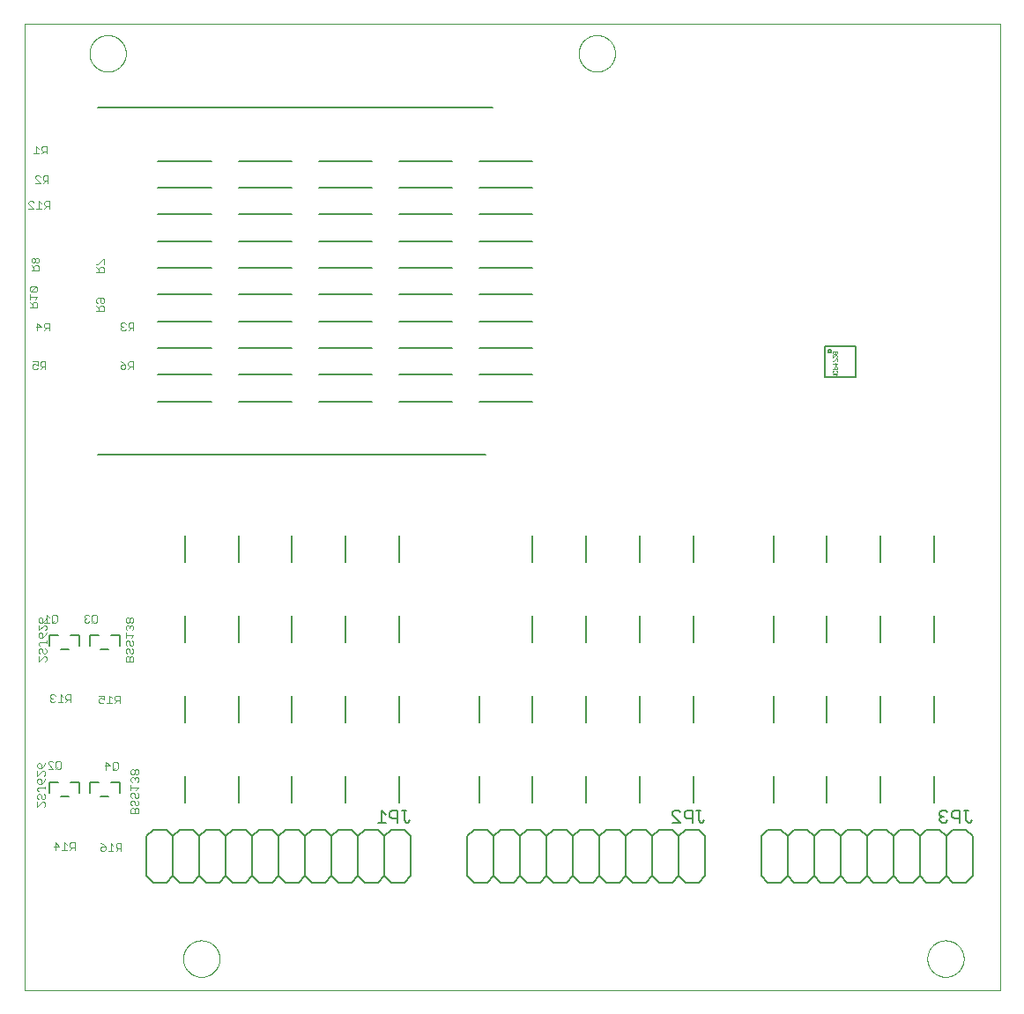
<source format=gbo>
G75*
%MOIN*%
%OFA0B0*%
%FSLAX25Y25*%
%IPPOS*%
%LPD*%
%AMOC8*
5,1,8,0,0,1.08239X$1,22.5*
%
%ADD10C,0.00000*%
%ADD11C,0.00600*%
%ADD12C,0.00500*%
%ADD13C,0.00300*%
%ADD14C,0.00100*%
D10*
X0001347Y0001000D02*
X0001347Y0366551D01*
X0370402Y0366551D01*
X0370402Y0001000D01*
X0001347Y0001000D01*
X0061386Y0012811D02*
X0061388Y0012980D01*
X0061394Y0013149D01*
X0061405Y0013318D01*
X0061419Y0013486D01*
X0061438Y0013654D01*
X0061461Y0013822D01*
X0061487Y0013989D01*
X0061518Y0014155D01*
X0061553Y0014321D01*
X0061592Y0014485D01*
X0061636Y0014649D01*
X0061683Y0014811D01*
X0061734Y0014972D01*
X0061789Y0015132D01*
X0061848Y0015291D01*
X0061910Y0015448D01*
X0061977Y0015603D01*
X0062048Y0015757D01*
X0062122Y0015909D01*
X0062200Y0016059D01*
X0062281Y0016207D01*
X0062366Y0016353D01*
X0062455Y0016497D01*
X0062547Y0016639D01*
X0062643Y0016778D01*
X0062742Y0016915D01*
X0062844Y0017050D01*
X0062950Y0017182D01*
X0063059Y0017311D01*
X0063171Y0017438D01*
X0063286Y0017562D01*
X0063404Y0017683D01*
X0063525Y0017801D01*
X0063649Y0017916D01*
X0063776Y0018028D01*
X0063905Y0018137D01*
X0064037Y0018243D01*
X0064172Y0018345D01*
X0064309Y0018444D01*
X0064448Y0018540D01*
X0064590Y0018632D01*
X0064734Y0018721D01*
X0064880Y0018806D01*
X0065028Y0018887D01*
X0065178Y0018965D01*
X0065330Y0019039D01*
X0065484Y0019110D01*
X0065639Y0019177D01*
X0065796Y0019239D01*
X0065955Y0019298D01*
X0066115Y0019353D01*
X0066276Y0019404D01*
X0066438Y0019451D01*
X0066602Y0019495D01*
X0066766Y0019534D01*
X0066932Y0019569D01*
X0067098Y0019600D01*
X0067265Y0019626D01*
X0067433Y0019649D01*
X0067601Y0019668D01*
X0067769Y0019682D01*
X0067938Y0019693D01*
X0068107Y0019699D01*
X0068276Y0019701D01*
X0068445Y0019699D01*
X0068614Y0019693D01*
X0068783Y0019682D01*
X0068951Y0019668D01*
X0069119Y0019649D01*
X0069287Y0019626D01*
X0069454Y0019600D01*
X0069620Y0019569D01*
X0069786Y0019534D01*
X0069950Y0019495D01*
X0070114Y0019451D01*
X0070276Y0019404D01*
X0070437Y0019353D01*
X0070597Y0019298D01*
X0070756Y0019239D01*
X0070913Y0019177D01*
X0071068Y0019110D01*
X0071222Y0019039D01*
X0071374Y0018965D01*
X0071524Y0018887D01*
X0071672Y0018806D01*
X0071818Y0018721D01*
X0071962Y0018632D01*
X0072104Y0018540D01*
X0072243Y0018444D01*
X0072380Y0018345D01*
X0072515Y0018243D01*
X0072647Y0018137D01*
X0072776Y0018028D01*
X0072903Y0017916D01*
X0073027Y0017801D01*
X0073148Y0017683D01*
X0073266Y0017562D01*
X0073381Y0017438D01*
X0073493Y0017311D01*
X0073602Y0017182D01*
X0073708Y0017050D01*
X0073810Y0016915D01*
X0073909Y0016778D01*
X0074005Y0016639D01*
X0074097Y0016497D01*
X0074186Y0016353D01*
X0074271Y0016207D01*
X0074352Y0016059D01*
X0074430Y0015909D01*
X0074504Y0015757D01*
X0074575Y0015603D01*
X0074642Y0015448D01*
X0074704Y0015291D01*
X0074763Y0015132D01*
X0074818Y0014972D01*
X0074869Y0014811D01*
X0074916Y0014649D01*
X0074960Y0014485D01*
X0074999Y0014321D01*
X0075034Y0014155D01*
X0075065Y0013989D01*
X0075091Y0013822D01*
X0075114Y0013654D01*
X0075133Y0013486D01*
X0075147Y0013318D01*
X0075158Y0013149D01*
X0075164Y0012980D01*
X0075166Y0012811D01*
X0075164Y0012642D01*
X0075158Y0012473D01*
X0075147Y0012304D01*
X0075133Y0012136D01*
X0075114Y0011968D01*
X0075091Y0011800D01*
X0075065Y0011633D01*
X0075034Y0011467D01*
X0074999Y0011301D01*
X0074960Y0011137D01*
X0074916Y0010973D01*
X0074869Y0010811D01*
X0074818Y0010650D01*
X0074763Y0010490D01*
X0074704Y0010331D01*
X0074642Y0010174D01*
X0074575Y0010019D01*
X0074504Y0009865D01*
X0074430Y0009713D01*
X0074352Y0009563D01*
X0074271Y0009415D01*
X0074186Y0009269D01*
X0074097Y0009125D01*
X0074005Y0008983D01*
X0073909Y0008844D01*
X0073810Y0008707D01*
X0073708Y0008572D01*
X0073602Y0008440D01*
X0073493Y0008311D01*
X0073381Y0008184D01*
X0073266Y0008060D01*
X0073148Y0007939D01*
X0073027Y0007821D01*
X0072903Y0007706D01*
X0072776Y0007594D01*
X0072647Y0007485D01*
X0072515Y0007379D01*
X0072380Y0007277D01*
X0072243Y0007178D01*
X0072104Y0007082D01*
X0071962Y0006990D01*
X0071818Y0006901D01*
X0071672Y0006816D01*
X0071524Y0006735D01*
X0071374Y0006657D01*
X0071222Y0006583D01*
X0071068Y0006512D01*
X0070913Y0006445D01*
X0070756Y0006383D01*
X0070597Y0006324D01*
X0070437Y0006269D01*
X0070276Y0006218D01*
X0070114Y0006171D01*
X0069950Y0006127D01*
X0069786Y0006088D01*
X0069620Y0006053D01*
X0069454Y0006022D01*
X0069287Y0005996D01*
X0069119Y0005973D01*
X0068951Y0005954D01*
X0068783Y0005940D01*
X0068614Y0005929D01*
X0068445Y0005923D01*
X0068276Y0005921D01*
X0068107Y0005923D01*
X0067938Y0005929D01*
X0067769Y0005940D01*
X0067601Y0005954D01*
X0067433Y0005973D01*
X0067265Y0005996D01*
X0067098Y0006022D01*
X0066932Y0006053D01*
X0066766Y0006088D01*
X0066602Y0006127D01*
X0066438Y0006171D01*
X0066276Y0006218D01*
X0066115Y0006269D01*
X0065955Y0006324D01*
X0065796Y0006383D01*
X0065639Y0006445D01*
X0065484Y0006512D01*
X0065330Y0006583D01*
X0065178Y0006657D01*
X0065028Y0006735D01*
X0064880Y0006816D01*
X0064734Y0006901D01*
X0064590Y0006990D01*
X0064448Y0007082D01*
X0064309Y0007178D01*
X0064172Y0007277D01*
X0064037Y0007379D01*
X0063905Y0007485D01*
X0063776Y0007594D01*
X0063649Y0007706D01*
X0063525Y0007821D01*
X0063404Y0007939D01*
X0063286Y0008060D01*
X0063171Y0008184D01*
X0063059Y0008311D01*
X0062950Y0008440D01*
X0062844Y0008572D01*
X0062742Y0008707D01*
X0062643Y0008844D01*
X0062547Y0008983D01*
X0062455Y0009125D01*
X0062366Y0009269D01*
X0062281Y0009415D01*
X0062200Y0009563D01*
X0062122Y0009713D01*
X0062048Y0009865D01*
X0061977Y0010019D01*
X0061910Y0010174D01*
X0061848Y0010331D01*
X0061789Y0010490D01*
X0061734Y0010650D01*
X0061683Y0010811D01*
X0061636Y0010973D01*
X0061592Y0011137D01*
X0061553Y0011301D01*
X0061518Y0011467D01*
X0061487Y0011633D01*
X0061461Y0011800D01*
X0061438Y0011968D01*
X0061419Y0012136D01*
X0061405Y0012304D01*
X0061394Y0012473D01*
X0061388Y0012642D01*
X0061386Y0012811D01*
X0342882Y0012811D02*
X0342884Y0012980D01*
X0342890Y0013149D01*
X0342901Y0013318D01*
X0342915Y0013486D01*
X0342934Y0013654D01*
X0342957Y0013822D01*
X0342983Y0013989D01*
X0343014Y0014155D01*
X0343049Y0014321D01*
X0343088Y0014485D01*
X0343132Y0014649D01*
X0343179Y0014811D01*
X0343230Y0014972D01*
X0343285Y0015132D01*
X0343344Y0015291D01*
X0343406Y0015448D01*
X0343473Y0015603D01*
X0343544Y0015757D01*
X0343618Y0015909D01*
X0343696Y0016059D01*
X0343777Y0016207D01*
X0343862Y0016353D01*
X0343951Y0016497D01*
X0344043Y0016639D01*
X0344139Y0016778D01*
X0344238Y0016915D01*
X0344340Y0017050D01*
X0344446Y0017182D01*
X0344555Y0017311D01*
X0344667Y0017438D01*
X0344782Y0017562D01*
X0344900Y0017683D01*
X0345021Y0017801D01*
X0345145Y0017916D01*
X0345272Y0018028D01*
X0345401Y0018137D01*
X0345533Y0018243D01*
X0345668Y0018345D01*
X0345805Y0018444D01*
X0345944Y0018540D01*
X0346086Y0018632D01*
X0346230Y0018721D01*
X0346376Y0018806D01*
X0346524Y0018887D01*
X0346674Y0018965D01*
X0346826Y0019039D01*
X0346980Y0019110D01*
X0347135Y0019177D01*
X0347292Y0019239D01*
X0347451Y0019298D01*
X0347611Y0019353D01*
X0347772Y0019404D01*
X0347934Y0019451D01*
X0348098Y0019495D01*
X0348262Y0019534D01*
X0348428Y0019569D01*
X0348594Y0019600D01*
X0348761Y0019626D01*
X0348929Y0019649D01*
X0349097Y0019668D01*
X0349265Y0019682D01*
X0349434Y0019693D01*
X0349603Y0019699D01*
X0349772Y0019701D01*
X0349941Y0019699D01*
X0350110Y0019693D01*
X0350279Y0019682D01*
X0350447Y0019668D01*
X0350615Y0019649D01*
X0350783Y0019626D01*
X0350950Y0019600D01*
X0351116Y0019569D01*
X0351282Y0019534D01*
X0351446Y0019495D01*
X0351610Y0019451D01*
X0351772Y0019404D01*
X0351933Y0019353D01*
X0352093Y0019298D01*
X0352252Y0019239D01*
X0352409Y0019177D01*
X0352564Y0019110D01*
X0352718Y0019039D01*
X0352870Y0018965D01*
X0353020Y0018887D01*
X0353168Y0018806D01*
X0353314Y0018721D01*
X0353458Y0018632D01*
X0353600Y0018540D01*
X0353739Y0018444D01*
X0353876Y0018345D01*
X0354011Y0018243D01*
X0354143Y0018137D01*
X0354272Y0018028D01*
X0354399Y0017916D01*
X0354523Y0017801D01*
X0354644Y0017683D01*
X0354762Y0017562D01*
X0354877Y0017438D01*
X0354989Y0017311D01*
X0355098Y0017182D01*
X0355204Y0017050D01*
X0355306Y0016915D01*
X0355405Y0016778D01*
X0355501Y0016639D01*
X0355593Y0016497D01*
X0355682Y0016353D01*
X0355767Y0016207D01*
X0355848Y0016059D01*
X0355926Y0015909D01*
X0356000Y0015757D01*
X0356071Y0015603D01*
X0356138Y0015448D01*
X0356200Y0015291D01*
X0356259Y0015132D01*
X0356314Y0014972D01*
X0356365Y0014811D01*
X0356412Y0014649D01*
X0356456Y0014485D01*
X0356495Y0014321D01*
X0356530Y0014155D01*
X0356561Y0013989D01*
X0356587Y0013822D01*
X0356610Y0013654D01*
X0356629Y0013486D01*
X0356643Y0013318D01*
X0356654Y0013149D01*
X0356660Y0012980D01*
X0356662Y0012811D01*
X0356660Y0012642D01*
X0356654Y0012473D01*
X0356643Y0012304D01*
X0356629Y0012136D01*
X0356610Y0011968D01*
X0356587Y0011800D01*
X0356561Y0011633D01*
X0356530Y0011467D01*
X0356495Y0011301D01*
X0356456Y0011137D01*
X0356412Y0010973D01*
X0356365Y0010811D01*
X0356314Y0010650D01*
X0356259Y0010490D01*
X0356200Y0010331D01*
X0356138Y0010174D01*
X0356071Y0010019D01*
X0356000Y0009865D01*
X0355926Y0009713D01*
X0355848Y0009563D01*
X0355767Y0009415D01*
X0355682Y0009269D01*
X0355593Y0009125D01*
X0355501Y0008983D01*
X0355405Y0008844D01*
X0355306Y0008707D01*
X0355204Y0008572D01*
X0355098Y0008440D01*
X0354989Y0008311D01*
X0354877Y0008184D01*
X0354762Y0008060D01*
X0354644Y0007939D01*
X0354523Y0007821D01*
X0354399Y0007706D01*
X0354272Y0007594D01*
X0354143Y0007485D01*
X0354011Y0007379D01*
X0353876Y0007277D01*
X0353739Y0007178D01*
X0353600Y0007082D01*
X0353458Y0006990D01*
X0353314Y0006901D01*
X0353168Y0006816D01*
X0353020Y0006735D01*
X0352870Y0006657D01*
X0352718Y0006583D01*
X0352564Y0006512D01*
X0352409Y0006445D01*
X0352252Y0006383D01*
X0352093Y0006324D01*
X0351933Y0006269D01*
X0351772Y0006218D01*
X0351610Y0006171D01*
X0351446Y0006127D01*
X0351282Y0006088D01*
X0351116Y0006053D01*
X0350950Y0006022D01*
X0350783Y0005996D01*
X0350615Y0005973D01*
X0350447Y0005954D01*
X0350279Y0005940D01*
X0350110Y0005929D01*
X0349941Y0005923D01*
X0349772Y0005921D01*
X0349603Y0005923D01*
X0349434Y0005929D01*
X0349265Y0005940D01*
X0349097Y0005954D01*
X0348929Y0005973D01*
X0348761Y0005996D01*
X0348594Y0006022D01*
X0348428Y0006053D01*
X0348262Y0006088D01*
X0348098Y0006127D01*
X0347934Y0006171D01*
X0347772Y0006218D01*
X0347611Y0006269D01*
X0347451Y0006324D01*
X0347292Y0006383D01*
X0347135Y0006445D01*
X0346980Y0006512D01*
X0346826Y0006583D01*
X0346674Y0006657D01*
X0346524Y0006735D01*
X0346376Y0006816D01*
X0346230Y0006901D01*
X0346086Y0006990D01*
X0345944Y0007082D01*
X0345805Y0007178D01*
X0345668Y0007277D01*
X0345533Y0007379D01*
X0345401Y0007485D01*
X0345272Y0007594D01*
X0345145Y0007706D01*
X0345021Y0007821D01*
X0344900Y0007939D01*
X0344782Y0008060D01*
X0344667Y0008184D01*
X0344555Y0008311D01*
X0344446Y0008440D01*
X0344340Y0008572D01*
X0344238Y0008707D01*
X0344139Y0008844D01*
X0344043Y0008983D01*
X0343951Y0009125D01*
X0343862Y0009269D01*
X0343777Y0009415D01*
X0343696Y0009563D01*
X0343618Y0009713D01*
X0343544Y0009865D01*
X0343473Y0010019D01*
X0343406Y0010174D01*
X0343344Y0010331D01*
X0343285Y0010490D01*
X0343230Y0010650D01*
X0343179Y0010811D01*
X0343132Y0010973D01*
X0343088Y0011137D01*
X0343049Y0011301D01*
X0343014Y0011467D01*
X0342983Y0011633D01*
X0342957Y0011800D01*
X0342934Y0011968D01*
X0342915Y0012136D01*
X0342901Y0012304D01*
X0342890Y0012473D01*
X0342884Y0012642D01*
X0342882Y0012811D01*
X0210993Y0355331D02*
X0210995Y0355500D01*
X0211001Y0355669D01*
X0211012Y0355838D01*
X0211026Y0356006D01*
X0211045Y0356174D01*
X0211068Y0356342D01*
X0211094Y0356509D01*
X0211125Y0356675D01*
X0211160Y0356841D01*
X0211199Y0357005D01*
X0211243Y0357169D01*
X0211290Y0357331D01*
X0211341Y0357492D01*
X0211396Y0357652D01*
X0211455Y0357811D01*
X0211517Y0357968D01*
X0211584Y0358123D01*
X0211655Y0358277D01*
X0211729Y0358429D01*
X0211807Y0358579D01*
X0211888Y0358727D01*
X0211973Y0358873D01*
X0212062Y0359017D01*
X0212154Y0359159D01*
X0212250Y0359298D01*
X0212349Y0359435D01*
X0212451Y0359570D01*
X0212557Y0359702D01*
X0212666Y0359831D01*
X0212778Y0359958D01*
X0212893Y0360082D01*
X0213011Y0360203D01*
X0213132Y0360321D01*
X0213256Y0360436D01*
X0213383Y0360548D01*
X0213512Y0360657D01*
X0213644Y0360763D01*
X0213779Y0360865D01*
X0213916Y0360964D01*
X0214055Y0361060D01*
X0214197Y0361152D01*
X0214341Y0361241D01*
X0214487Y0361326D01*
X0214635Y0361407D01*
X0214785Y0361485D01*
X0214937Y0361559D01*
X0215091Y0361630D01*
X0215246Y0361697D01*
X0215403Y0361759D01*
X0215562Y0361818D01*
X0215722Y0361873D01*
X0215883Y0361924D01*
X0216045Y0361971D01*
X0216209Y0362015D01*
X0216373Y0362054D01*
X0216539Y0362089D01*
X0216705Y0362120D01*
X0216872Y0362146D01*
X0217040Y0362169D01*
X0217208Y0362188D01*
X0217376Y0362202D01*
X0217545Y0362213D01*
X0217714Y0362219D01*
X0217883Y0362221D01*
X0218052Y0362219D01*
X0218221Y0362213D01*
X0218390Y0362202D01*
X0218558Y0362188D01*
X0218726Y0362169D01*
X0218894Y0362146D01*
X0219061Y0362120D01*
X0219227Y0362089D01*
X0219393Y0362054D01*
X0219557Y0362015D01*
X0219721Y0361971D01*
X0219883Y0361924D01*
X0220044Y0361873D01*
X0220204Y0361818D01*
X0220363Y0361759D01*
X0220520Y0361697D01*
X0220675Y0361630D01*
X0220829Y0361559D01*
X0220981Y0361485D01*
X0221131Y0361407D01*
X0221279Y0361326D01*
X0221425Y0361241D01*
X0221569Y0361152D01*
X0221711Y0361060D01*
X0221850Y0360964D01*
X0221987Y0360865D01*
X0222122Y0360763D01*
X0222254Y0360657D01*
X0222383Y0360548D01*
X0222510Y0360436D01*
X0222634Y0360321D01*
X0222755Y0360203D01*
X0222873Y0360082D01*
X0222988Y0359958D01*
X0223100Y0359831D01*
X0223209Y0359702D01*
X0223315Y0359570D01*
X0223417Y0359435D01*
X0223516Y0359298D01*
X0223612Y0359159D01*
X0223704Y0359017D01*
X0223793Y0358873D01*
X0223878Y0358727D01*
X0223959Y0358579D01*
X0224037Y0358429D01*
X0224111Y0358277D01*
X0224182Y0358123D01*
X0224249Y0357968D01*
X0224311Y0357811D01*
X0224370Y0357652D01*
X0224425Y0357492D01*
X0224476Y0357331D01*
X0224523Y0357169D01*
X0224567Y0357005D01*
X0224606Y0356841D01*
X0224641Y0356675D01*
X0224672Y0356509D01*
X0224698Y0356342D01*
X0224721Y0356174D01*
X0224740Y0356006D01*
X0224754Y0355838D01*
X0224765Y0355669D01*
X0224771Y0355500D01*
X0224773Y0355331D01*
X0224771Y0355162D01*
X0224765Y0354993D01*
X0224754Y0354824D01*
X0224740Y0354656D01*
X0224721Y0354488D01*
X0224698Y0354320D01*
X0224672Y0354153D01*
X0224641Y0353987D01*
X0224606Y0353821D01*
X0224567Y0353657D01*
X0224523Y0353493D01*
X0224476Y0353331D01*
X0224425Y0353170D01*
X0224370Y0353010D01*
X0224311Y0352851D01*
X0224249Y0352694D01*
X0224182Y0352539D01*
X0224111Y0352385D01*
X0224037Y0352233D01*
X0223959Y0352083D01*
X0223878Y0351935D01*
X0223793Y0351789D01*
X0223704Y0351645D01*
X0223612Y0351503D01*
X0223516Y0351364D01*
X0223417Y0351227D01*
X0223315Y0351092D01*
X0223209Y0350960D01*
X0223100Y0350831D01*
X0222988Y0350704D01*
X0222873Y0350580D01*
X0222755Y0350459D01*
X0222634Y0350341D01*
X0222510Y0350226D01*
X0222383Y0350114D01*
X0222254Y0350005D01*
X0222122Y0349899D01*
X0221987Y0349797D01*
X0221850Y0349698D01*
X0221711Y0349602D01*
X0221569Y0349510D01*
X0221425Y0349421D01*
X0221279Y0349336D01*
X0221131Y0349255D01*
X0220981Y0349177D01*
X0220829Y0349103D01*
X0220675Y0349032D01*
X0220520Y0348965D01*
X0220363Y0348903D01*
X0220204Y0348844D01*
X0220044Y0348789D01*
X0219883Y0348738D01*
X0219721Y0348691D01*
X0219557Y0348647D01*
X0219393Y0348608D01*
X0219227Y0348573D01*
X0219061Y0348542D01*
X0218894Y0348516D01*
X0218726Y0348493D01*
X0218558Y0348474D01*
X0218390Y0348460D01*
X0218221Y0348449D01*
X0218052Y0348443D01*
X0217883Y0348441D01*
X0217714Y0348443D01*
X0217545Y0348449D01*
X0217376Y0348460D01*
X0217208Y0348474D01*
X0217040Y0348493D01*
X0216872Y0348516D01*
X0216705Y0348542D01*
X0216539Y0348573D01*
X0216373Y0348608D01*
X0216209Y0348647D01*
X0216045Y0348691D01*
X0215883Y0348738D01*
X0215722Y0348789D01*
X0215562Y0348844D01*
X0215403Y0348903D01*
X0215246Y0348965D01*
X0215091Y0349032D01*
X0214937Y0349103D01*
X0214785Y0349177D01*
X0214635Y0349255D01*
X0214487Y0349336D01*
X0214341Y0349421D01*
X0214197Y0349510D01*
X0214055Y0349602D01*
X0213916Y0349698D01*
X0213779Y0349797D01*
X0213644Y0349899D01*
X0213512Y0350005D01*
X0213383Y0350114D01*
X0213256Y0350226D01*
X0213132Y0350341D01*
X0213011Y0350459D01*
X0212893Y0350580D01*
X0212778Y0350704D01*
X0212666Y0350831D01*
X0212557Y0350960D01*
X0212451Y0351092D01*
X0212349Y0351227D01*
X0212250Y0351364D01*
X0212154Y0351503D01*
X0212062Y0351645D01*
X0211973Y0351789D01*
X0211888Y0351935D01*
X0211807Y0352083D01*
X0211729Y0352233D01*
X0211655Y0352385D01*
X0211584Y0352539D01*
X0211517Y0352694D01*
X0211455Y0352851D01*
X0211396Y0353010D01*
X0211341Y0353170D01*
X0211290Y0353331D01*
X0211243Y0353493D01*
X0211199Y0353657D01*
X0211160Y0353821D01*
X0211125Y0353987D01*
X0211094Y0354153D01*
X0211068Y0354320D01*
X0211045Y0354488D01*
X0211026Y0354656D01*
X0211012Y0354824D01*
X0211001Y0354993D01*
X0210995Y0355162D01*
X0210993Y0355331D01*
X0025953Y0355331D02*
X0025955Y0355500D01*
X0025961Y0355669D01*
X0025972Y0355838D01*
X0025986Y0356006D01*
X0026005Y0356174D01*
X0026028Y0356342D01*
X0026054Y0356509D01*
X0026085Y0356675D01*
X0026120Y0356841D01*
X0026159Y0357005D01*
X0026203Y0357169D01*
X0026250Y0357331D01*
X0026301Y0357492D01*
X0026356Y0357652D01*
X0026415Y0357811D01*
X0026477Y0357968D01*
X0026544Y0358123D01*
X0026615Y0358277D01*
X0026689Y0358429D01*
X0026767Y0358579D01*
X0026848Y0358727D01*
X0026933Y0358873D01*
X0027022Y0359017D01*
X0027114Y0359159D01*
X0027210Y0359298D01*
X0027309Y0359435D01*
X0027411Y0359570D01*
X0027517Y0359702D01*
X0027626Y0359831D01*
X0027738Y0359958D01*
X0027853Y0360082D01*
X0027971Y0360203D01*
X0028092Y0360321D01*
X0028216Y0360436D01*
X0028343Y0360548D01*
X0028472Y0360657D01*
X0028604Y0360763D01*
X0028739Y0360865D01*
X0028876Y0360964D01*
X0029015Y0361060D01*
X0029157Y0361152D01*
X0029301Y0361241D01*
X0029447Y0361326D01*
X0029595Y0361407D01*
X0029745Y0361485D01*
X0029897Y0361559D01*
X0030051Y0361630D01*
X0030206Y0361697D01*
X0030363Y0361759D01*
X0030522Y0361818D01*
X0030682Y0361873D01*
X0030843Y0361924D01*
X0031005Y0361971D01*
X0031169Y0362015D01*
X0031333Y0362054D01*
X0031499Y0362089D01*
X0031665Y0362120D01*
X0031832Y0362146D01*
X0032000Y0362169D01*
X0032168Y0362188D01*
X0032336Y0362202D01*
X0032505Y0362213D01*
X0032674Y0362219D01*
X0032843Y0362221D01*
X0033012Y0362219D01*
X0033181Y0362213D01*
X0033350Y0362202D01*
X0033518Y0362188D01*
X0033686Y0362169D01*
X0033854Y0362146D01*
X0034021Y0362120D01*
X0034187Y0362089D01*
X0034353Y0362054D01*
X0034517Y0362015D01*
X0034681Y0361971D01*
X0034843Y0361924D01*
X0035004Y0361873D01*
X0035164Y0361818D01*
X0035323Y0361759D01*
X0035480Y0361697D01*
X0035635Y0361630D01*
X0035789Y0361559D01*
X0035941Y0361485D01*
X0036091Y0361407D01*
X0036239Y0361326D01*
X0036385Y0361241D01*
X0036529Y0361152D01*
X0036671Y0361060D01*
X0036810Y0360964D01*
X0036947Y0360865D01*
X0037082Y0360763D01*
X0037214Y0360657D01*
X0037343Y0360548D01*
X0037470Y0360436D01*
X0037594Y0360321D01*
X0037715Y0360203D01*
X0037833Y0360082D01*
X0037948Y0359958D01*
X0038060Y0359831D01*
X0038169Y0359702D01*
X0038275Y0359570D01*
X0038377Y0359435D01*
X0038476Y0359298D01*
X0038572Y0359159D01*
X0038664Y0359017D01*
X0038753Y0358873D01*
X0038838Y0358727D01*
X0038919Y0358579D01*
X0038997Y0358429D01*
X0039071Y0358277D01*
X0039142Y0358123D01*
X0039209Y0357968D01*
X0039271Y0357811D01*
X0039330Y0357652D01*
X0039385Y0357492D01*
X0039436Y0357331D01*
X0039483Y0357169D01*
X0039527Y0357005D01*
X0039566Y0356841D01*
X0039601Y0356675D01*
X0039632Y0356509D01*
X0039658Y0356342D01*
X0039681Y0356174D01*
X0039700Y0356006D01*
X0039714Y0355838D01*
X0039725Y0355669D01*
X0039731Y0355500D01*
X0039733Y0355331D01*
X0039731Y0355162D01*
X0039725Y0354993D01*
X0039714Y0354824D01*
X0039700Y0354656D01*
X0039681Y0354488D01*
X0039658Y0354320D01*
X0039632Y0354153D01*
X0039601Y0353987D01*
X0039566Y0353821D01*
X0039527Y0353657D01*
X0039483Y0353493D01*
X0039436Y0353331D01*
X0039385Y0353170D01*
X0039330Y0353010D01*
X0039271Y0352851D01*
X0039209Y0352694D01*
X0039142Y0352539D01*
X0039071Y0352385D01*
X0038997Y0352233D01*
X0038919Y0352083D01*
X0038838Y0351935D01*
X0038753Y0351789D01*
X0038664Y0351645D01*
X0038572Y0351503D01*
X0038476Y0351364D01*
X0038377Y0351227D01*
X0038275Y0351092D01*
X0038169Y0350960D01*
X0038060Y0350831D01*
X0037948Y0350704D01*
X0037833Y0350580D01*
X0037715Y0350459D01*
X0037594Y0350341D01*
X0037470Y0350226D01*
X0037343Y0350114D01*
X0037214Y0350005D01*
X0037082Y0349899D01*
X0036947Y0349797D01*
X0036810Y0349698D01*
X0036671Y0349602D01*
X0036529Y0349510D01*
X0036385Y0349421D01*
X0036239Y0349336D01*
X0036091Y0349255D01*
X0035941Y0349177D01*
X0035789Y0349103D01*
X0035635Y0349032D01*
X0035480Y0348965D01*
X0035323Y0348903D01*
X0035164Y0348844D01*
X0035004Y0348789D01*
X0034843Y0348738D01*
X0034681Y0348691D01*
X0034517Y0348647D01*
X0034353Y0348608D01*
X0034187Y0348573D01*
X0034021Y0348542D01*
X0033854Y0348516D01*
X0033686Y0348493D01*
X0033518Y0348474D01*
X0033350Y0348460D01*
X0033181Y0348449D01*
X0033012Y0348443D01*
X0032843Y0348441D01*
X0032674Y0348443D01*
X0032505Y0348449D01*
X0032336Y0348460D01*
X0032168Y0348474D01*
X0032000Y0348493D01*
X0031832Y0348516D01*
X0031665Y0348542D01*
X0031499Y0348573D01*
X0031333Y0348608D01*
X0031169Y0348647D01*
X0031005Y0348691D01*
X0030843Y0348738D01*
X0030682Y0348789D01*
X0030522Y0348844D01*
X0030363Y0348903D01*
X0030206Y0348965D01*
X0030051Y0349032D01*
X0029897Y0349103D01*
X0029745Y0349177D01*
X0029595Y0349255D01*
X0029447Y0349336D01*
X0029301Y0349421D01*
X0029157Y0349510D01*
X0029015Y0349602D01*
X0028876Y0349698D01*
X0028739Y0349797D01*
X0028604Y0349899D01*
X0028472Y0350005D01*
X0028343Y0350114D01*
X0028216Y0350226D01*
X0028092Y0350341D01*
X0027971Y0350459D01*
X0027853Y0350580D01*
X0027738Y0350704D01*
X0027626Y0350831D01*
X0027517Y0350960D01*
X0027411Y0351092D01*
X0027309Y0351227D01*
X0027210Y0351364D01*
X0027114Y0351503D01*
X0027022Y0351645D01*
X0026933Y0351789D01*
X0026848Y0351935D01*
X0026767Y0352083D01*
X0026689Y0352233D01*
X0026615Y0352385D01*
X0026544Y0352539D01*
X0026477Y0352694D01*
X0026415Y0352851D01*
X0026356Y0353010D01*
X0026301Y0353170D01*
X0026250Y0353331D01*
X0026203Y0353493D01*
X0026159Y0353657D01*
X0026120Y0353821D01*
X0026085Y0353987D01*
X0026054Y0354153D01*
X0026028Y0354320D01*
X0026005Y0354488D01*
X0025986Y0354656D01*
X0025972Y0354824D01*
X0025961Y0354993D01*
X0025955Y0355162D01*
X0025953Y0355331D01*
D11*
X0062056Y0173008D02*
X0062056Y0162890D01*
X0082292Y0162890D02*
X0082292Y0173008D01*
X0102528Y0173008D02*
X0102528Y0162890D01*
X0102528Y0142654D02*
X0102528Y0132535D01*
X0082292Y0132535D02*
X0082292Y0142654D01*
X0062056Y0142654D02*
X0062056Y0132535D01*
X0062056Y0112299D02*
X0062056Y0102181D01*
X0062056Y0081945D02*
X0062056Y0071827D01*
X0059969Y0061591D02*
X0057469Y0059091D01*
X0054969Y0061591D01*
X0049969Y0061591D01*
X0047469Y0059091D01*
X0047469Y0044091D01*
X0049969Y0041591D01*
X0054969Y0041591D01*
X0057469Y0044091D01*
X0057469Y0059091D01*
X0059969Y0061591D02*
X0064969Y0061591D01*
X0067469Y0059091D01*
X0067469Y0044091D01*
X0069969Y0041591D01*
X0074969Y0041591D01*
X0077469Y0044091D01*
X0077469Y0059091D01*
X0074969Y0061591D01*
X0069969Y0061591D01*
X0067469Y0059091D01*
X0077469Y0059091D02*
X0079969Y0061591D01*
X0084969Y0061591D01*
X0087469Y0059091D01*
X0087469Y0044091D01*
X0084969Y0041591D01*
X0079969Y0041591D01*
X0077469Y0044091D01*
X0067469Y0044091D02*
X0064969Y0041591D01*
X0059969Y0041591D01*
X0057469Y0044091D01*
X0087469Y0044091D02*
X0089969Y0041591D01*
X0094969Y0041591D01*
X0097469Y0044091D01*
X0097469Y0059091D01*
X0094969Y0061591D01*
X0089969Y0061591D01*
X0087469Y0059091D01*
X0097469Y0059091D02*
X0099969Y0061591D01*
X0104969Y0061591D01*
X0107469Y0059091D01*
X0107469Y0044091D01*
X0104969Y0041591D01*
X0099969Y0041591D01*
X0097469Y0044091D01*
X0107469Y0044091D02*
X0109969Y0041591D01*
X0114969Y0041591D01*
X0117469Y0044091D01*
X0117469Y0059091D01*
X0114969Y0061591D01*
X0109969Y0061591D01*
X0107469Y0059091D01*
X0117469Y0059091D02*
X0119969Y0061591D01*
X0124969Y0061591D01*
X0127469Y0059091D01*
X0127469Y0044091D01*
X0124969Y0041591D01*
X0119969Y0041591D01*
X0117469Y0044091D01*
X0127469Y0044091D02*
X0129969Y0041591D01*
X0134969Y0041591D01*
X0137469Y0044091D01*
X0137469Y0059091D01*
X0134969Y0061591D01*
X0129969Y0061591D01*
X0127469Y0059091D01*
X0137469Y0059091D02*
X0139969Y0061591D01*
X0144969Y0061591D01*
X0147469Y0059091D01*
X0147469Y0044091D01*
X0144969Y0041591D01*
X0139969Y0041591D01*
X0137469Y0044091D01*
X0143001Y0071827D02*
X0143001Y0081945D01*
X0143001Y0102181D02*
X0143001Y0112299D01*
X0122764Y0112299D02*
X0122764Y0102181D01*
X0122764Y0081945D02*
X0122764Y0071827D01*
X0102528Y0071827D02*
X0102528Y0081945D01*
X0082292Y0081945D02*
X0082292Y0071827D01*
X0082292Y0102181D02*
X0082292Y0112299D01*
X0102528Y0112299D02*
X0102528Y0102181D01*
X0122764Y0132535D02*
X0122764Y0142654D01*
X0143001Y0142654D02*
X0143001Y0132535D01*
X0143001Y0162890D02*
X0143001Y0173008D01*
X0122764Y0173008D02*
X0122764Y0162890D01*
X0173355Y0112299D02*
X0173355Y0102181D01*
X0173355Y0081945D02*
X0173355Y0071827D01*
X0171327Y0061591D02*
X0168827Y0059091D01*
X0168827Y0044091D01*
X0171327Y0041591D01*
X0176327Y0041591D01*
X0178827Y0044091D01*
X0178827Y0059091D01*
X0176327Y0061591D01*
X0171327Y0061591D01*
X0178827Y0059091D02*
X0181327Y0061591D01*
X0186327Y0061591D01*
X0188827Y0059091D01*
X0188827Y0044091D01*
X0191327Y0041591D01*
X0196327Y0041591D01*
X0198827Y0044091D01*
X0198827Y0059091D01*
X0196327Y0061591D01*
X0191327Y0061591D01*
X0188827Y0059091D01*
X0198827Y0059091D02*
X0201327Y0061591D01*
X0206327Y0061591D01*
X0208827Y0059091D01*
X0208827Y0044091D01*
X0206327Y0041591D01*
X0201327Y0041591D01*
X0198827Y0044091D01*
X0188827Y0044091D02*
X0186327Y0041591D01*
X0181327Y0041591D01*
X0178827Y0044091D01*
X0208827Y0044091D02*
X0211327Y0041591D01*
X0216327Y0041591D01*
X0218827Y0044091D01*
X0218827Y0059091D01*
X0216327Y0061591D01*
X0211327Y0061591D01*
X0208827Y0059091D01*
X0218827Y0059091D02*
X0221327Y0061591D01*
X0226327Y0061591D01*
X0228827Y0059091D01*
X0228827Y0044091D01*
X0226327Y0041591D01*
X0221327Y0041591D01*
X0218827Y0044091D01*
X0228827Y0044091D02*
X0231327Y0041591D01*
X0236327Y0041591D01*
X0238827Y0044091D01*
X0238827Y0059091D01*
X0236327Y0061591D01*
X0231327Y0061591D01*
X0228827Y0059091D01*
X0238827Y0059091D02*
X0241327Y0061591D01*
X0246327Y0061591D01*
X0248827Y0059091D01*
X0248827Y0044091D01*
X0246327Y0041591D01*
X0241327Y0041591D01*
X0238827Y0044091D01*
X0248827Y0044091D02*
X0251327Y0041591D01*
X0256327Y0041591D01*
X0258827Y0044091D01*
X0258827Y0059091D01*
X0256327Y0061591D01*
X0251327Y0061591D01*
X0248827Y0059091D01*
X0254300Y0071827D02*
X0254300Y0081945D01*
X0254300Y0102181D02*
X0254300Y0112299D01*
X0234064Y0112299D02*
X0234064Y0102181D01*
X0234064Y0081945D02*
X0234064Y0071827D01*
X0213827Y0071827D02*
X0213827Y0081945D01*
X0193591Y0081945D02*
X0193591Y0071827D01*
X0193591Y0102181D02*
X0193591Y0112299D01*
X0213827Y0112299D02*
X0213827Y0102181D01*
X0213827Y0132535D02*
X0213827Y0142654D01*
X0193591Y0142654D02*
X0193591Y0132535D01*
X0193591Y0162890D02*
X0193591Y0173008D01*
X0213827Y0173008D02*
X0213827Y0162890D01*
X0234064Y0162890D02*
X0234064Y0173008D01*
X0254300Y0173008D02*
X0254300Y0162890D01*
X0254300Y0142654D02*
X0254300Y0132535D01*
X0234064Y0132535D02*
X0234064Y0142654D01*
X0284654Y0142654D02*
X0284654Y0132535D01*
X0284654Y0112299D02*
X0284654Y0102181D01*
X0284654Y0081945D02*
X0284654Y0071827D01*
X0282568Y0061591D02*
X0280068Y0059091D01*
X0280068Y0044091D01*
X0282568Y0041591D01*
X0287568Y0041591D01*
X0290068Y0044091D01*
X0290068Y0059091D01*
X0287568Y0061591D01*
X0282568Y0061591D01*
X0290068Y0059091D02*
X0292568Y0061591D01*
X0297568Y0061591D01*
X0300068Y0059091D01*
X0300068Y0044091D01*
X0297568Y0041591D01*
X0292568Y0041591D01*
X0290068Y0044091D01*
X0300068Y0044091D02*
X0302568Y0041591D01*
X0307568Y0041591D01*
X0310068Y0044091D01*
X0310068Y0059091D01*
X0307568Y0061591D01*
X0302568Y0061591D01*
X0300068Y0059091D01*
X0310068Y0059091D02*
X0312568Y0061591D01*
X0317568Y0061591D01*
X0320068Y0059091D01*
X0320068Y0044091D01*
X0317568Y0041591D01*
X0312568Y0041591D01*
X0310068Y0044091D01*
X0320068Y0044091D02*
X0322568Y0041591D01*
X0327568Y0041591D01*
X0330068Y0044091D01*
X0330068Y0059091D01*
X0327568Y0061591D01*
X0322568Y0061591D01*
X0320068Y0059091D01*
X0330068Y0059091D02*
X0332568Y0061591D01*
X0337568Y0061591D01*
X0340068Y0059091D01*
X0340068Y0044091D01*
X0337568Y0041591D01*
X0332568Y0041591D01*
X0330068Y0044091D01*
X0340068Y0044091D02*
X0342568Y0041591D01*
X0347568Y0041591D01*
X0350068Y0044091D01*
X0350068Y0059091D01*
X0347568Y0061591D01*
X0342568Y0061591D01*
X0340068Y0059091D01*
X0350068Y0059091D02*
X0352568Y0061591D01*
X0357568Y0061591D01*
X0360068Y0059091D01*
X0360068Y0044091D01*
X0357568Y0041591D01*
X0352568Y0041591D01*
X0350068Y0044091D01*
X0345363Y0071827D02*
X0345363Y0081945D01*
X0345363Y0102181D02*
X0345363Y0112299D01*
X0325127Y0112299D02*
X0325127Y0102181D01*
X0325127Y0081945D02*
X0325127Y0071827D01*
X0304890Y0071827D02*
X0304890Y0081945D01*
X0304890Y0102181D02*
X0304890Y0112299D01*
X0304890Y0132535D02*
X0304890Y0142654D01*
X0325127Y0142654D02*
X0325127Y0132535D01*
X0345363Y0132535D02*
X0345363Y0142654D01*
X0345363Y0162890D02*
X0345363Y0173008D01*
X0325127Y0173008D02*
X0325127Y0162890D01*
X0304890Y0162890D02*
X0304890Y0173008D01*
X0284654Y0173008D02*
X0284654Y0162890D01*
X0037410Y0135094D02*
X0037410Y0131079D01*
X0037410Y0135094D02*
X0033985Y0135094D01*
X0033158Y0129976D02*
X0030245Y0129976D01*
X0029418Y0135094D02*
X0025993Y0135094D01*
X0025993Y0131079D01*
X0022233Y0131079D02*
X0022233Y0135094D01*
X0018808Y0135094D01*
X0017981Y0129976D02*
X0015068Y0129976D01*
X0014241Y0135094D02*
X0010816Y0135094D01*
X0010816Y0131079D01*
X0010816Y0079445D02*
X0014241Y0079445D01*
X0010816Y0079445D02*
X0010816Y0075429D01*
X0015068Y0074327D02*
X0017981Y0074327D01*
X0022233Y0075429D02*
X0022233Y0079445D01*
X0018808Y0079445D01*
X0025993Y0079445D02*
X0025993Y0075429D01*
X0025993Y0079445D02*
X0029418Y0079445D01*
X0030245Y0074327D02*
X0033158Y0074327D01*
X0033985Y0079445D02*
X0037410Y0079445D01*
X0037410Y0075429D01*
D12*
X0135009Y0064341D02*
X0138011Y0064341D01*
X0136510Y0064341D02*
X0136510Y0068844D01*
X0138011Y0067343D01*
X0139613Y0066592D02*
X0140363Y0065842D01*
X0142615Y0065842D01*
X0142615Y0064341D02*
X0142615Y0068844D01*
X0140363Y0068844D01*
X0139613Y0068094D01*
X0139613Y0066592D01*
X0144217Y0068844D02*
X0145718Y0068844D01*
X0144967Y0068844D02*
X0144967Y0065091D01*
X0145718Y0064341D01*
X0146469Y0064341D01*
X0147219Y0065091D01*
X0246367Y0064341D02*
X0249370Y0064341D01*
X0246367Y0067343D01*
X0246367Y0068094D01*
X0247118Y0068844D01*
X0248619Y0068844D01*
X0249370Y0068094D01*
X0250971Y0068094D02*
X0250971Y0066592D01*
X0251722Y0065842D01*
X0253974Y0065842D01*
X0253974Y0064341D02*
X0253974Y0068844D01*
X0251722Y0068844D01*
X0250971Y0068094D01*
X0255575Y0068844D02*
X0257076Y0068844D01*
X0256326Y0068844D02*
X0256326Y0065091D01*
X0257076Y0064341D01*
X0257827Y0064341D01*
X0258577Y0065091D01*
X0347607Y0065091D02*
X0348358Y0064341D01*
X0349859Y0064341D01*
X0350610Y0065091D01*
X0349109Y0066592D02*
X0348358Y0066592D01*
X0347607Y0065842D01*
X0347607Y0065091D01*
X0348358Y0066592D02*
X0347607Y0067343D01*
X0347607Y0068094D01*
X0348358Y0068844D01*
X0349859Y0068844D01*
X0350610Y0068094D01*
X0352211Y0068094D02*
X0352211Y0066592D01*
X0352962Y0065842D01*
X0355214Y0065842D01*
X0355214Y0064341D02*
X0355214Y0068844D01*
X0352962Y0068844D01*
X0352211Y0068094D01*
X0356815Y0068844D02*
X0358316Y0068844D01*
X0357566Y0068844D02*
X0357566Y0065091D01*
X0358316Y0064341D01*
X0359067Y0064341D01*
X0359818Y0065091D01*
X0193591Y0223598D02*
X0173355Y0223598D01*
X0163237Y0223598D02*
X0143001Y0223598D01*
X0132883Y0223598D02*
X0112646Y0223598D01*
X0102528Y0223598D02*
X0082292Y0223598D01*
X0072174Y0223598D02*
X0051938Y0223598D01*
X0051938Y0233717D02*
X0072174Y0233717D01*
X0072174Y0243835D02*
X0051938Y0243835D01*
X0051938Y0253953D02*
X0072174Y0253953D01*
X0072174Y0264071D02*
X0051938Y0264071D01*
X0051938Y0274189D02*
X0072174Y0274189D01*
X0082292Y0274189D02*
X0102528Y0274189D01*
X0102528Y0284307D02*
X0082292Y0284307D01*
X0072174Y0284307D02*
X0051938Y0284307D01*
X0051938Y0294425D02*
X0072174Y0294425D01*
X0072174Y0304543D02*
X0051938Y0304543D01*
X0051938Y0314661D02*
X0072174Y0314661D01*
X0082292Y0314661D02*
X0102528Y0314661D01*
X0102528Y0304543D02*
X0082292Y0304543D01*
X0082292Y0294425D02*
X0102528Y0294425D01*
X0112646Y0294425D02*
X0132883Y0294425D01*
X0132883Y0304543D02*
X0112646Y0304543D01*
X0112646Y0314661D02*
X0132883Y0314661D01*
X0143001Y0314661D02*
X0163237Y0314661D01*
X0163237Y0304543D02*
X0143001Y0304543D01*
X0143001Y0294425D02*
X0163237Y0294425D01*
X0163237Y0284307D02*
X0143001Y0284307D01*
X0143001Y0274189D02*
X0163237Y0274189D01*
X0173355Y0274189D02*
X0193591Y0274189D01*
X0193591Y0284307D02*
X0173355Y0284307D01*
X0173355Y0294425D02*
X0193591Y0294425D01*
X0193591Y0304543D02*
X0173355Y0304543D01*
X0173355Y0314661D02*
X0193591Y0314661D01*
X0178414Y0334898D02*
X0029172Y0334898D01*
X0082292Y0264071D02*
X0102528Y0264071D01*
X0102528Y0253953D02*
X0082292Y0253953D01*
X0082292Y0243835D02*
X0102528Y0243835D01*
X0112646Y0243835D02*
X0132883Y0243835D01*
X0143001Y0243835D02*
X0163237Y0243835D01*
X0163237Y0253953D02*
X0143001Y0253953D01*
X0143001Y0264071D02*
X0163237Y0264071D01*
X0173355Y0264071D02*
X0193591Y0264071D01*
X0193591Y0253953D02*
X0173355Y0253953D01*
X0173355Y0243835D02*
X0193591Y0243835D01*
X0193591Y0233717D02*
X0173355Y0233717D01*
X0163237Y0233717D02*
X0143001Y0233717D01*
X0132883Y0233717D02*
X0112646Y0233717D01*
X0102528Y0233717D02*
X0082292Y0233717D01*
X0112646Y0253953D02*
X0132883Y0253953D01*
X0132883Y0264071D02*
X0112646Y0264071D01*
X0112646Y0274189D02*
X0132883Y0274189D01*
X0132883Y0284307D02*
X0112646Y0284307D01*
X0175885Y0203362D02*
X0029172Y0203362D01*
X0304044Y0232870D02*
X0304044Y0244681D01*
X0315855Y0244681D01*
X0315855Y0232870D01*
X0304044Y0232870D01*
X0305456Y0242713D02*
X0305458Y0242760D01*
X0305464Y0242806D01*
X0305473Y0242852D01*
X0305487Y0242896D01*
X0305504Y0242940D01*
X0305525Y0242981D01*
X0305549Y0243021D01*
X0305576Y0243059D01*
X0305607Y0243094D01*
X0305640Y0243127D01*
X0305676Y0243157D01*
X0305715Y0243183D01*
X0305755Y0243207D01*
X0305797Y0243226D01*
X0305841Y0243243D01*
X0305886Y0243255D01*
X0305932Y0243264D01*
X0305978Y0243269D01*
X0306025Y0243270D01*
X0306071Y0243267D01*
X0306117Y0243260D01*
X0306163Y0243249D01*
X0306207Y0243235D01*
X0306250Y0243217D01*
X0306291Y0243195D01*
X0306331Y0243170D01*
X0306368Y0243142D01*
X0306403Y0243111D01*
X0306435Y0243077D01*
X0306464Y0243040D01*
X0306489Y0243002D01*
X0306512Y0242961D01*
X0306531Y0242918D01*
X0306546Y0242874D01*
X0306558Y0242829D01*
X0306566Y0242783D01*
X0306570Y0242736D01*
X0306570Y0242690D01*
X0306566Y0242643D01*
X0306558Y0242597D01*
X0306546Y0242552D01*
X0306531Y0242508D01*
X0306512Y0242465D01*
X0306489Y0242424D01*
X0306464Y0242386D01*
X0306435Y0242349D01*
X0306403Y0242315D01*
X0306368Y0242284D01*
X0306331Y0242256D01*
X0306292Y0242231D01*
X0306250Y0242209D01*
X0306207Y0242191D01*
X0306163Y0242177D01*
X0306117Y0242166D01*
X0306071Y0242159D01*
X0306025Y0242156D01*
X0305978Y0242157D01*
X0305932Y0242162D01*
X0305886Y0242171D01*
X0305841Y0242183D01*
X0305797Y0242200D01*
X0305755Y0242219D01*
X0305715Y0242243D01*
X0305676Y0242269D01*
X0305640Y0242299D01*
X0305607Y0242332D01*
X0305576Y0242367D01*
X0305549Y0242405D01*
X0305525Y0242445D01*
X0305504Y0242486D01*
X0305487Y0242530D01*
X0305473Y0242574D01*
X0305464Y0242620D01*
X0305458Y0242666D01*
X0305456Y0242713D01*
D13*
X0042551Y0238828D02*
X0041100Y0238828D01*
X0040617Y0238344D01*
X0040617Y0237377D01*
X0041100Y0236893D01*
X0042551Y0236893D01*
X0041584Y0236893D02*
X0040617Y0235926D01*
X0039605Y0236409D02*
X0039121Y0235926D01*
X0038154Y0235926D01*
X0037670Y0236409D01*
X0037670Y0236893D01*
X0038154Y0237377D01*
X0039605Y0237377D01*
X0039605Y0236409D01*
X0039605Y0237377D02*
X0038637Y0238344D01*
X0037670Y0238828D01*
X0042551Y0238828D02*
X0042551Y0235926D01*
X0042611Y0250485D02*
X0042611Y0253387D01*
X0041159Y0253387D01*
X0040676Y0252903D01*
X0040676Y0251936D01*
X0041159Y0251452D01*
X0042611Y0251452D01*
X0041643Y0251452D02*
X0040676Y0250485D01*
X0039664Y0250968D02*
X0039180Y0250485D01*
X0038213Y0250485D01*
X0037729Y0250968D01*
X0037729Y0251452D01*
X0038213Y0251936D01*
X0038697Y0251936D01*
X0038213Y0251936D02*
X0037729Y0252420D01*
X0037729Y0252903D01*
X0038213Y0253387D01*
X0039180Y0253387D01*
X0039664Y0252903D01*
X0031465Y0257828D02*
X0031465Y0259279D01*
X0030982Y0259763D01*
X0030014Y0259763D01*
X0029530Y0259279D01*
X0029530Y0257828D01*
X0028563Y0257828D02*
X0031465Y0257828D01*
X0029530Y0258795D02*
X0028563Y0259763D01*
X0029047Y0260774D02*
X0028563Y0261258D01*
X0028563Y0262226D01*
X0029047Y0262709D01*
X0030982Y0262709D01*
X0031465Y0262226D01*
X0031465Y0261258D01*
X0030982Y0260774D01*
X0030498Y0260774D01*
X0030014Y0261258D01*
X0030014Y0262709D01*
X0029530Y0272505D02*
X0029530Y0273956D01*
X0030014Y0274440D01*
X0030982Y0274440D01*
X0031465Y0273956D01*
X0031465Y0272505D01*
X0028563Y0272505D01*
X0029530Y0273472D02*
X0028563Y0274440D01*
X0028563Y0275452D02*
X0029047Y0275452D01*
X0030982Y0277386D01*
X0031465Y0277386D01*
X0031465Y0275452D01*
X0010756Y0296575D02*
X0010756Y0299478D01*
X0009305Y0299478D01*
X0008821Y0298994D01*
X0008821Y0298026D01*
X0009305Y0297543D01*
X0010756Y0297543D01*
X0009789Y0297543D02*
X0008821Y0296575D01*
X0007810Y0296575D02*
X0005875Y0296575D01*
X0006842Y0296575D02*
X0006842Y0299478D01*
X0007810Y0298510D01*
X0004863Y0298994D02*
X0004379Y0299478D01*
X0003412Y0299478D01*
X0002928Y0298994D01*
X0002928Y0298510D01*
X0004863Y0296575D01*
X0002928Y0296575D01*
X0005375Y0306193D02*
X0007310Y0306193D01*
X0005375Y0308128D01*
X0005375Y0308612D01*
X0005858Y0309096D01*
X0006826Y0309096D01*
X0007310Y0308612D01*
X0008321Y0308612D02*
X0008805Y0309096D01*
X0010256Y0309096D01*
X0010256Y0306193D01*
X0010256Y0307161D02*
X0008805Y0307161D01*
X0008321Y0307645D01*
X0008321Y0308612D01*
X0009289Y0307161D02*
X0008321Y0306193D01*
X0007821Y0317370D02*
X0008789Y0318338D01*
X0008305Y0318338D02*
X0009756Y0318338D01*
X0009756Y0317370D02*
X0009756Y0320273D01*
X0008305Y0320273D01*
X0007821Y0319789D01*
X0007821Y0318822D01*
X0008305Y0318338D01*
X0006810Y0319305D02*
X0005842Y0320273D01*
X0005842Y0317370D01*
X0004875Y0317370D02*
X0006810Y0317370D01*
X0006393Y0278005D02*
X0005909Y0278005D01*
X0005426Y0277521D01*
X0005426Y0276553D01*
X0005909Y0276070D01*
X0006393Y0276070D01*
X0006877Y0276553D01*
X0006877Y0277521D01*
X0006393Y0278005D01*
X0005426Y0277521D02*
X0004942Y0278005D01*
X0004458Y0278005D01*
X0003974Y0277521D01*
X0003974Y0276553D01*
X0004458Y0276070D01*
X0004942Y0276070D01*
X0005426Y0276553D01*
X0005426Y0275058D02*
X0004942Y0274574D01*
X0004942Y0273123D01*
X0004942Y0274091D02*
X0003974Y0275058D01*
X0005426Y0275058D02*
X0006393Y0275058D01*
X0006877Y0274574D01*
X0006877Y0273123D01*
X0003974Y0273123D01*
X0003840Y0267091D02*
X0003356Y0266607D01*
X0003356Y0265640D01*
X0003840Y0265156D01*
X0005775Y0267091D01*
X0003840Y0267091D01*
X0003840Y0265156D02*
X0005775Y0265156D01*
X0006259Y0265640D01*
X0006259Y0266607D01*
X0005775Y0267091D01*
X0003356Y0264145D02*
X0003356Y0262210D01*
X0003356Y0263177D02*
X0006259Y0263177D01*
X0005291Y0262210D01*
X0004807Y0261198D02*
X0004324Y0260714D01*
X0004324Y0259263D01*
X0004324Y0260231D02*
X0003356Y0261198D01*
X0004807Y0261198D02*
X0005775Y0261198D01*
X0006259Y0260714D01*
X0006259Y0259263D01*
X0003356Y0259263D01*
X0006252Y0253305D02*
X0007703Y0251854D01*
X0005768Y0251854D01*
X0006252Y0250403D02*
X0006252Y0253305D01*
X0008714Y0252821D02*
X0008714Y0251854D01*
X0009198Y0251370D01*
X0010649Y0251370D01*
X0009682Y0251370D02*
X0008714Y0250403D01*
X0010649Y0250403D02*
X0010649Y0253305D01*
X0009198Y0253305D01*
X0008714Y0252821D01*
X0009256Y0238769D02*
X0007805Y0238769D01*
X0007321Y0238285D01*
X0007321Y0237318D01*
X0007805Y0236834D01*
X0009256Y0236834D01*
X0008289Y0236834D02*
X0007321Y0235867D01*
X0006310Y0236350D02*
X0005826Y0235867D01*
X0004858Y0235867D01*
X0004375Y0236350D01*
X0004375Y0237318D01*
X0004858Y0237802D01*
X0005342Y0237802D01*
X0006310Y0237318D01*
X0006310Y0238769D01*
X0004375Y0238769D01*
X0009256Y0238769D02*
X0009256Y0235867D01*
X0009763Y0142871D02*
X0009763Y0139969D01*
X0008796Y0139969D02*
X0010731Y0139969D01*
X0011742Y0139969D02*
X0012710Y0140936D01*
X0013677Y0140453D02*
X0013194Y0139969D01*
X0012226Y0139969D01*
X0011742Y0140453D01*
X0011742Y0142388D01*
X0012226Y0142871D01*
X0013194Y0142871D01*
X0013677Y0142388D01*
X0013677Y0140453D01*
X0010731Y0141904D02*
X0009763Y0142871D01*
X0009675Y0141932D02*
X0009191Y0140964D01*
X0008224Y0139997D01*
X0008224Y0141448D01*
X0007740Y0141932D01*
X0007256Y0141932D01*
X0006773Y0141448D01*
X0006773Y0140480D01*
X0007256Y0139997D01*
X0008224Y0139997D01*
X0008708Y0138985D02*
X0006773Y0137050D01*
X0006773Y0138985D01*
X0008708Y0138985D02*
X0009191Y0138985D01*
X0009675Y0138501D01*
X0009675Y0137534D01*
X0009191Y0137050D01*
X0009675Y0136039D02*
X0009191Y0135071D01*
X0008224Y0134104D01*
X0008224Y0135555D01*
X0007740Y0136039D01*
X0007256Y0136039D01*
X0006773Y0135555D01*
X0006773Y0134587D01*
X0007256Y0134104D01*
X0008224Y0134104D01*
X0009675Y0133092D02*
X0009675Y0132125D01*
X0009675Y0132608D02*
X0007256Y0132608D01*
X0006773Y0132125D01*
X0006773Y0131641D01*
X0007256Y0131157D01*
X0007256Y0130146D02*
X0006773Y0129662D01*
X0006773Y0128694D01*
X0007256Y0128211D01*
X0008224Y0128694D02*
X0008224Y0129662D01*
X0007740Y0130146D01*
X0007256Y0130146D01*
X0008224Y0128694D02*
X0008708Y0128211D01*
X0009191Y0128211D01*
X0009675Y0128694D01*
X0009675Y0129662D01*
X0009191Y0130146D01*
X0009191Y0127199D02*
X0009675Y0126715D01*
X0009675Y0125748D01*
X0009191Y0125264D01*
X0009191Y0127199D02*
X0008708Y0127199D01*
X0006773Y0125264D01*
X0006773Y0127199D01*
X0011530Y0112793D02*
X0011046Y0112309D01*
X0011046Y0111825D01*
X0011530Y0111341D01*
X0011046Y0110858D01*
X0011046Y0110374D01*
X0011530Y0109890D01*
X0012498Y0109890D01*
X0012981Y0110374D01*
X0013993Y0109890D02*
X0015928Y0109890D01*
X0014960Y0109890D02*
X0014960Y0112793D01*
X0015928Y0111825D01*
X0016939Y0111341D02*
X0017423Y0110858D01*
X0018874Y0110858D01*
X0017907Y0110858D02*
X0016939Y0109890D01*
X0016939Y0111341D02*
X0016939Y0112309D01*
X0017423Y0112793D01*
X0018874Y0112793D01*
X0018874Y0109890D01*
X0012981Y0112309D02*
X0012498Y0112793D01*
X0011530Y0112793D01*
X0011530Y0111341D02*
X0012014Y0111341D01*
X0029563Y0110878D02*
X0029563Y0109910D01*
X0030047Y0109426D01*
X0031014Y0109426D01*
X0031498Y0109910D01*
X0031498Y0110878D02*
X0030531Y0111361D01*
X0030047Y0111361D01*
X0029563Y0110878D01*
X0029563Y0112329D02*
X0031498Y0112329D01*
X0031498Y0110878D01*
X0032510Y0109426D02*
X0034445Y0109426D01*
X0033477Y0109426D02*
X0033477Y0112329D01*
X0034445Y0111361D01*
X0035456Y0110878D02*
X0035940Y0110394D01*
X0037391Y0110394D01*
X0036424Y0110394D02*
X0035456Y0109426D01*
X0035456Y0110878D02*
X0035456Y0111845D01*
X0035940Y0112329D01*
X0037391Y0112329D01*
X0037391Y0109426D01*
X0039686Y0125264D02*
X0039686Y0126715D01*
X0040170Y0127199D01*
X0040654Y0127199D01*
X0041137Y0126715D01*
X0041137Y0125264D01*
X0039686Y0125264D02*
X0042589Y0125264D01*
X0042589Y0126715D01*
X0042105Y0127199D01*
X0041621Y0127199D01*
X0041137Y0126715D01*
X0041621Y0128211D02*
X0041137Y0128694D01*
X0041137Y0129662D01*
X0040654Y0130146D01*
X0040170Y0130146D01*
X0039686Y0129662D01*
X0039686Y0128694D01*
X0040170Y0128211D01*
X0041621Y0128211D02*
X0042105Y0128211D01*
X0042589Y0128694D01*
X0042589Y0129662D01*
X0042105Y0130146D01*
X0042105Y0131157D02*
X0041621Y0131157D01*
X0041137Y0131641D01*
X0041137Y0132608D01*
X0040654Y0133092D01*
X0040170Y0133092D01*
X0039686Y0132608D01*
X0039686Y0131641D01*
X0040170Y0131157D01*
X0042105Y0131157D02*
X0042589Y0131641D01*
X0042589Y0132608D01*
X0042105Y0133092D01*
X0041621Y0134104D02*
X0042589Y0135071D01*
X0039686Y0135071D01*
X0039686Y0134104D02*
X0039686Y0136039D01*
X0040170Y0137050D02*
X0039686Y0137534D01*
X0039686Y0138501D01*
X0040170Y0138985D01*
X0040654Y0138985D01*
X0041137Y0138501D01*
X0041137Y0138018D01*
X0041137Y0138501D02*
X0041621Y0138985D01*
X0042105Y0138985D01*
X0042589Y0138501D01*
X0042589Y0137534D01*
X0042105Y0137050D01*
X0042105Y0139997D02*
X0041621Y0139997D01*
X0041137Y0140480D01*
X0041137Y0141448D01*
X0040654Y0141932D01*
X0040170Y0141932D01*
X0039686Y0141448D01*
X0039686Y0140480D01*
X0040170Y0139997D01*
X0040654Y0139997D01*
X0041137Y0140480D01*
X0041137Y0141448D02*
X0041621Y0141932D01*
X0042105Y0141932D01*
X0042589Y0141448D01*
X0042589Y0140480D01*
X0042105Y0139997D01*
X0028855Y0140453D02*
X0028371Y0139969D01*
X0027403Y0139969D01*
X0026920Y0140453D01*
X0026920Y0142388D01*
X0027403Y0142871D01*
X0028371Y0142871D01*
X0028855Y0142388D01*
X0028855Y0140453D01*
X0027887Y0140936D02*
X0026920Y0139969D01*
X0025908Y0140453D02*
X0025424Y0139969D01*
X0024457Y0139969D01*
X0023973Y0140453D01*
X0023973Y0140936D01*
X0024457Y0141420D01*
X0024941Y0141420D01*
X0024457Y0141420D02*
X0023973Y0141904D01*
X0023973Y0142388D01*
X0024457Y0142871D01*
X0025424Y0142871D01*
X0025908Y0142388D01*
X0032276Y0087190D02*
X0033727Y0085739D01*
X0031792Y0085739D01*
X0032276Y0084288D02*
X0032276Y0087190D01*
X0034739Y0086707D02*
X0034739Y0084772D01*
X0035222Y0084288D01*
X0036190Y0084288D01*
X0036674Y0084772D01*
X0036674Y0086707D01*
X0036190Y0087190D01*
X0035222Y0087190D01*
X0034739Y0086707D01*
X0035706Y0085255D02*
X0034739Y0084288D01*
X0041553Y0083962D02*
X0041553Y0082994D01*
X0042037Y0082511D01*
X0042521Y0082511D01*
X0043004Y0082994D01*
X0043004Y0083962D01*
X0042521Y0084446D01*
X0042037Y0084446D01*
X0041553Y0083962D01*
X0043004Y0083962D02*
X0043488Y0084446D01*
X0043972Y0084446D01*
X0044456Y0083962D01*
X0044456Y0082994D01*
X0043972Y0082511D01*
X0043488Y0082511D01*
X0043004Y0082994D01*
X0042521Y0081499D02*
X0042037Y0081499D01*
X0041553Y0081015D01*
X0041553Y0080048D01*
X0042037Y0079564D01*
X0041553Y0078553D02*
X0041553Y0076618D01*
X0041553Y0077585D02*
X0044456Y0077585D01*
X0043488Y0076618D01*
X0043972Y0075606D02*
X0044456Y0075122D01*
X0044456Y0074155D01*
X0043972Y0073671D01*
X0043488Y0073671D01*
X0043004Y0074155D01*
X0043004Y0075122D01*
X0042521Y0075606D01*
X0042037Y0075606D01*
X0041553Y0075122D01*
X0041553Y0074155D01*
X0042037Y0073671D01*
X0042037Y0072659D02*
X0041553Y0072176D01*
X0041553Y0071208D01*
X0042037Y0070724D01*
X0042037Y0069713D02*
X0041553Y0069229D01*
X0041553Y0067778D01*
X0044456Y0067778D01*
X0044456Y0069229D01*
X0043972Y0069713D01*
X0043488Y0069713D01*
X0043004Y0069229D01*
X0043004Y0067778D01*
X0043004Y0069229D02*
X0042521Y0069713D01*
X0042037Y0069713D01*
X0043488Y0070724D02*
X0043004Y0071208D01*
X0043004Y0072176D01*
X0042521Y0072659D01*
X0042037Y0072659D01*
X0043972Y0072659D02*
X0044456Y0072176D01*
X0044456Y0071208D01*
X0043972Y0070724D01*
X0043488Y0070724D01*
X0043972Y0079564D02*
X0044456Y0080048D01*
X0044456Y0081015D01*
X0043972Y0081499D01*
X0043488Y0081499D01*
X0043004Y0081015D01*
X0042521Y0081499D01*
X0043004Y0081015D02*
X0043004Y0080532D01*
X0037891Y0056561D02*
X0036440Y0056561D01*
X0035956Y0056077D01*
X0035956Y0055110D01*
X0036440Y0054626D01*
X0037891Y0054626D01*
X0037891Y0053659D02*
X0037891Y0056561D01*
X0036924Y0054626D02*
X0035956Y0053659D01*
X0034945Y0053659D02*
X0033010Y0053659D01*
X0033977Y0053659D02*
X0033977Y0056561D01*
X0034945Y0055594D01*
X0031998Y0055110D02*
X0030547Y0055110D01*
X0030063Y0054626D01*
X0030063Y0054142D01*
X0030547Y0053659D01*
X0031514Y0053659D01*
X0031998Y0054142D01*
X0031998Y0055110D01*
X0031031Y0056077D01*
X0030063Y0056561D01*
X0020374Y0056761D02*
X0020374Y0053859D01*
X0020374Y0054826D02*
X0018923Y0054826D01*
X0018439Y0055310D01*
X0018439Y0056277D01*
X0018923Y0056761D01*
X0020374Y0056761D01*
X0019407Y0054826D02*
X0018439Y0053859D01*
X0017428Y0053859D02*
X0015493Y0053859D01*
X0016460Y0053859D02*
X0016460Y0056761D01*
X0017428Y0055794D01*
X0014481Y0055310D02*
X0012546Y0055310D01*
X0013030Y0056761D02*
X0014481Y0055310D01*
X0013030Y0053859D02*
X0013030Y0056761D01*
X0008691Y0070174D02*
X0009175Y0070657D01*
X0009175Y0071625D01*
X0008691Y0072109D01*
X0008208Y0072109D01*
X0006273Y0070174D01*
X0006273Y0072109D01*
X0006756Y0073120D02*
X0006273Y0073604D01*
X0006273Y0074571D01*
X0006756Y0075055D01*
X0007240Y0075055D01*
X0007724Y0074571D01*
X0007724Y0073604D01*
X0008208Y0073120D01*
X0008691Y0073120D01*
X0009175Y0073604D01*
X0009175Y0074571D01*
X0008691Y0075055D01*
X0009175Y0077034D02*
X0009175Y0078002D01*
X0009175Y0077518D02*
X0006756Y0077518D01*
X0006273Y0077034D01*
X0006273Y0076550D01*
X0006756Y0076067D01*
X0006756Y0079013D02*
X0006273Y0079497D01*
X0006273Y0080464D01*
X0006756Y0080948D01*
X0007240Y0080948D01*
X0007724Y0080464D01*
X0007724Y0079013D01*
X0006756Y0079013D01*
X0007724Y0079013D02*
X0008691Y0079981D01*
X0009175Y0080948D01*
X0008691Y0081960D02*
X0009175Y0082443D01*
X0009175Y0083411D01*
X0008691Y0083895D01*
X0008208Y0083895D01*
X0006273Y0081960D01*
X0006273Y0083895D01*
X0006756Y0084906D02*
X0006273Y0085390D01*
X0006273Y0086357D01*
X0006756Y0086841D01*
X0007240Y0086841D01*
X0007724Y0086357D01*
X0007724Y0084906D01*
X0006756Y0084906D01*
X0007724Y0084906D02*
X0008691Y0085874D01*
X0009175Y0086841D01*
X0010292Y0087029D02*
X0010776Y0087513D01*
X0011743Y0087513D01*
X0012227Y0087029D01*
X0013239Y0087029D02*
X0013239Y0085094D01*
X0013722Y0084611D01*
X0014690Y0084611D01*
X0015174Y0085094D01*
X0015174Y0087029D01*
X0014690Y0087513D01*
X0013722Y0087513D01*
X0013239Y0087029D01*
X0014206Y0085578D02*
X0013239Y0084611D01*
X0012227Y0084611D02*
X0010292Y0086546D01*
X0010292Y0087029D01*
X0010292Y0084611D02*
X0012227Y0084611D01*
D14*
X0307218Y0232843D02*
X0308720Y0232843D01*
X0308219Y0233344D01*
X0308720Y0233844D01*
X0307218Y0233844D01*
X0307469Y0234317D02*
X0307218Y0234567D01*
X0307218Y0235067D01*
X0307469Y0235318D01*
X0307719Y0235790D02*
X0307719Y0236541D01*
X0307969Y0236791D01*
X0308469Y0236791D01*
X0308720Y0236541D01*
X0308720Y0235790D01*
X0307218Y0235790D01*
X0308469Y0235318D02*
X0308720Y0235067D01*
X0308720Y0234567D01*
X0308469Y0234317D01*
X0307469Y0234317D01*
X0307969Y0237263D02*
X0307969Y0238264D01*
X0307469Y0238737D02*
X0307218Y0238737D01*
X0307469Y0238737D02*
X0308469Y0239737D01*
X0308720Y0239737D01*
X0308720Y0238737D01*
X0308720Y0238014D02*
X0307969Y0237263D01*
X0307218Y0238014D02*
X0308720Y0238014D01*
X0308469Y0240210D02*
X0308720Y0240460D01*
X0308720Y0240960D01*
X0308469Y0241211D01*
X0308219Y0241211D01*
X0307218Y0240210D01*
X0307218Y0241211D01*
X0307469Y0241683D02*
X0307719Y0241683D01*
X0307969Y0241933D01*
X0307969Y0242434D01*
X0307719Y0242684D01*
X0307469Y0242684D01*
X0307218Y0242434D01*
X0307218Y0241933D01*
X0307469Y0241683D01*
X0307969Y0241933D02*
X0308219Y0241683D01*
X0308469Y0241683D01*
X0308720Y0241933D01*
X0308720Y0242434D01*
X0308469Y0242684D01*
X0308219Y0242684D01*
X0307969Y0242434D01*
M02*

</source>
